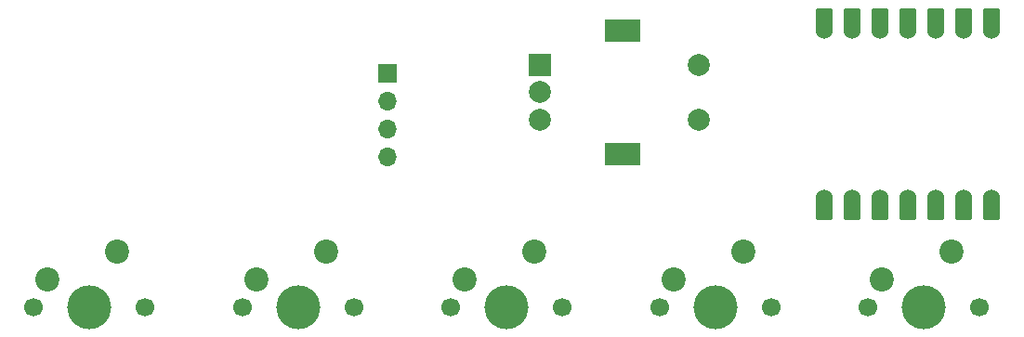
<source format=gbr>
%TF.GenerationSoftware,KiCad,Pcbnew,9.0.2*%
%TF.CreationDate,2025-05-28T17:01:59+05:30*%
%TF.ProjectId,linus_ide_toolbar,6c696e75-735f-4696-9465-5f746f6f6c62,rev?*%
%TF.SameCoordinates,Original*%
%TF.FileFunction,Soldermask,Bot*%
%TF.FilePolarity,Negative*%
%FSLAX46Y46*%
G04 Gerber Fmt 4.6, Leading zero omitted, Abs format (unit mm)*
G04 Created by KiCad (PCBNEW 9.0.2) date 2025-05-28 17:01:59*
%MOMM*%
%LPD*%
G01*
G04 APERTURE LIST*
G04 Aperture macros list*
%AMRoundRect*
0 Rectangle with rounded corners*
0 $1 Rounding radius*
0 $2 $3 $4 $5 $6 $7 $8 $9 X,Y pos of 4 corners*
0 Add a 4 corners polygon primitive as box body*
4,1,4,$2,$3,$4,$5,$6,$7,$8,$9,$2,$3,0*
0 Add four circle primitives for the rounded corners*
1,1,$1+$1,$2,$3*
1,1,$1+$1,$4,$5*
1,1,$1+$1,$6,$7*
1,1,$1+$1,$8,$9*
0 Add four rect primitives between the rounded corners*
20,1,$1+$1,$2,$3,$4,$5,0*
20,1,$1+$1,$4,$5,$6,$7,0*
20,1,$1+$1,$6,$7,$8,$9,0*
20,1,$1+$1,$8,$9,$2,$3,0*%
G04 Aperture macros list end*
%ADD10R,1.700000X1.700000*%
%ADD11O,1.700000X1.700000*%
%ADD12C,1.700000*%
%ADD13C,4.000000*%
%ADD14C,2.200000*%
%ADD15R,2.000000X2.000000*%
%ADD16C,2.000000*%
%ADD17R,3.200000X2.000000*%
%ADD18RoundRect,0.152400X0.609600X-1.063600X0.609600X1.063600X-0.609600X1.063600X-0.609600X-1.063600X0*%
%ADD19C,1.524000*%
%ADD20RoundRect,0.152400X-0.609600X1.063600X-0.609600X-1.063600X0.609600X-1.063600X0.609600X1.063600X0*%
G04 APERTURE END LIST*
D10*
%TO.C,J1*%
X109615000Y-87305000D03*
D11*
X109615000Y-89845000D03*
X109615000Y-92385000D03*
X109615000Y-94925000D03*
%TD*%
D12*
%TO.C,Stop1*%
X96380000Y-108580000D03*
D13*
X101460000Y-108580000D03*
D12*
X106540000Y-108580000D03*
D14*
X104000000Y-103500000D03*
X97650000Y-106040000D03*
%TD*%
D12*
%TO.C,key1*%
X77380000Y-108580000D03*
D13*
X82460000Y-108580000D03*
D12*
X87540000Y-108580000D03*
D14*
X85000000Y-103500000D03*
X78650000Y-106040000D03*
%TD*%
D12*
%TO.C,key5*%
X153380000Y-108580000D03*
D13*
X158460000Y-108580000D03*
D12*
X163540000Y-108580000D03*
D14*
X161000000Y-103500000D03*
X154650000Y-106040000D03*
%TD*%
D12*
%TO.C,Continue1*%
X115380000Y-108580000D03*
D13*
X120460000Y-108580000D03*
D12*
X125540000Y-108580000D03*
D14*
X123000000Y-103500000D03*
X116650000Y-106040000D03*
%TD*%
D15*
%TO.C,SW1*%
X123500000Y-86500000D03*
D16*
X123500000Y-91500000D03*
X123500000Y-89000000D03*
D17*
X131000000Y-83400000D03*
X131000000Y-94600000D03*
D16*
X138000000Y-91500000D03*
X138000000Y-86500000D03*
%TD*%
D12*
%TO.C,key4*%
X134380000Y-108580000D03*
D13*
X139460000Y-108580000D03*
D12*
X144540000Y-108580000D03*
D14*
X142000000Y-103500000D03*
X135650000Y-106040000D03*
%TD*%
D18*
%TO.C,U1*%
X149380000Y-82545000D03*
D19*
X149380000Y-83380000D03*
D18*
X151920000Y-82545000D03*
D19*
X151920000Y-83380000D03*
D18*
X154460000Y-82545000D03*
D19*
X154460000Y-83380000D03*
D18*
X157000000Y-82545000D03*
D19*
X157000000Y-83380000D03*
D18*
X159540000Y-82545000D03*
D19*
X159540000Y-83380000D03*
D18*
X162080000Y-82545000D03*
D19*
X162080000Y-83380000D03*
D18*
X164620000Y-82545000D03*
D19*
X164620000Y-83380000D03*
X164620000Y-98620000D03*
D20*
X164620000Y-99455000D03*
D19*
X162080000Y-98620000D03*
D20*
X162080000Y-99455000D03*
D19*
X159540000Y-98620000D03*
D20*
X159540000Y-99455000D03*
D19*
X157000000Y-98620000D03*
D20*
X157000000Y-99455000D03*
D19*
X154460000Y-98620000D03*
D20*
X154460000Y-99455000D03*
D19*
X151920000Y-98620000D03*
D20*
X151920000Y-99455000D03*
D19*
X149380000Y-98620000D03*
D20*
X149380000Y-99455000D03*
%TD*%
M02*

</source>
